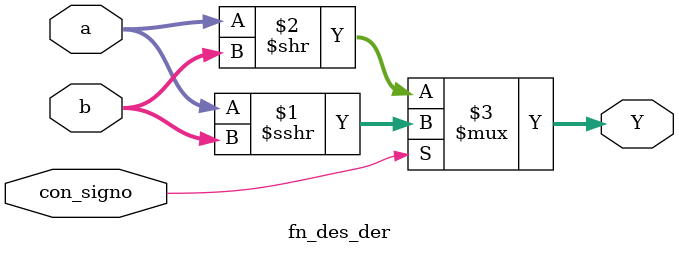
<source format=v>
module fn_des_der (
    input  [31 : 0] a,
    input  [4 : 0] b,
    input con_signo,
    output [31 : 0] Y
   
    
);
    assign Y = con_signo? $unsigned($signed(a) >>> b) : a >> b ;
endmodule

</source>
